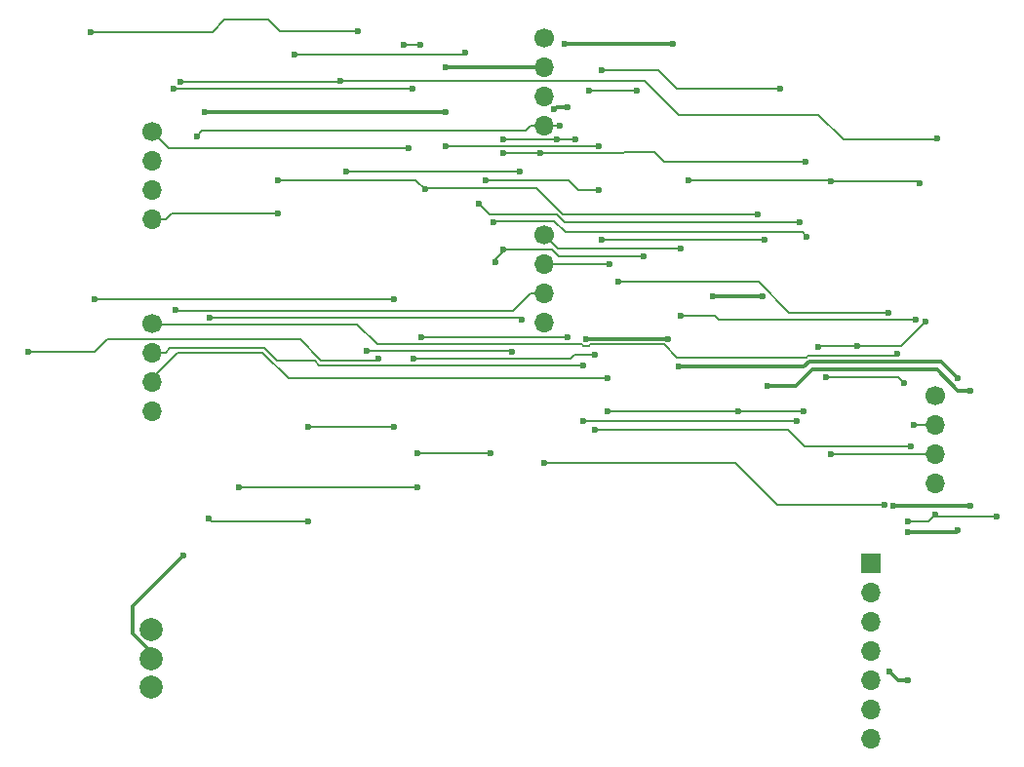
<source format=gbr>
%TF.GenerationSoftware,KiCad,Pcbnew,9.0.0*%
%TF.CreationDate,2025-04-19T15:35:31+09:00*%
%TF.ProjectId,nofy_V2_R,6e6f6679-5f56-4325-9f52-2e6b69636164,rev?*%
%TF.SameCoordinates,Original*%
%TF.FileFunction,Copper,L1,Top*%
%TF.FilePolarity,Positive*%
%FSLAX46Y46*%
G04 Gerber Fmt 4.6, Leading zero omitted, Abs format (unit mm)*
G04 Created by KiCad (PCBNEW 9.0.0) date 2025-04-19 15:35:31*
%MOMM*%
%LPD*%
G01*
G04 APERTURE LIST*
%TA.AperFunction,ComponentPad*%
%ADD10C,1.700000*%
%TD*%
%TA.AperFunction,ComponentPad*%
%ADD11O,1.700000X1.700000*%
%TD*%
%TA.AperFunction,ComponentPad*%
%ADD12R,1.700000X1.700000*%
%TD*%
%TA.AperFunction,ComponentPad*%
%ADD13C,2.000000*%
%TD*%
%TA.AperFunction,ViaPad*%
%ADD14C,0.600000*%
%TD*%
%TA.AperFunction,Conductor*%
%ADD15C,0.200000*%
%TD*%
%TA.AperFunction,Conductor*%
%ADD16C,0.300000*%
%TD*%
G04 APERTURE END LIST*
D10*
%TO.P,J32,1,Pin_1*%
%TO.N,Pin7*%
X105312500Y-63325850D03*
D11*
%TO.P,J32,2,Pin_2*%
%TO.N,Pin8*%
X105312500Y-65865850D03*
%TO.P,J32,3,Pin_3*%
%TO.N,Pin9*%
X105312500Y-68405850D03*
%TO.P,J32,4,Pin_4*%
%TO.N,Net-(D51-K)*%
X105312500Y-70945850D03*
%TD*%
D10*
%TO.P,Con_L_12,1,Pin_1*%
%TO.N,VCC_R*%
X71312500Y-32225850D03*
D11*
%TO.P,Con_L_12,2,Pin_2*%
%TO.N,GND_R*%
X71312500Y-34765850D03*
%TO.P,Con_L_12,3,Pin_3*%
%TO.N,3.3V*%
X71312500Y-37305850D03*
%TO.P,Con_L_12,4,Pin_4*%
%TO.N,Pin6*%
X71312500Y-39845850D03*
%TD*%
D10*
%TO.P,Con_L_8,1,Pin_1*%
%TO.N,MOTION*%
X37312500Y-40330850D03*
D11*
%TO.P,Con_L_8,2,Pin_2*%
%TO.N,INTR1*%
X37312500Y-42870850D03*
%TO.P,Con_L_8,3,Pin_3*%
%TO.N,Pin11*%
X37312500Y-45410850D03*
%TO.P,Con_L_8,4,Pin_4*%
%TO.N,Pin10*%
X37312500Y-47950850D03*
%TD*%
D10*
%TO.P,Con_L_10,1,Pin_1*%
%TO.N,SDIO*%
X37312500Y-57025850D03*
D11*
%TO.P,Con_L_10,2,Pin_2*%
%TO.N,SCLK*%
X37312500Y-59565850D03*
%TO.P,Con_L_10,3,Pin_3*%
%TO.N,Pin9*%
X37312500Y-62105850D03*
%TO.P,Con_L_10,4,Pin_4*%
%TO.N,RE_A_R*%
X37312500Y-64645850D03*
%TD*%
D12*
%TO.P,J9,1,SCLK*%
%TO.N,SCLK*%
X99712500Y-77865850D03*
D11*
%TO.P,J9,2,nCS*%
%TO.N,CS*%
X99712500Y-80405850D03*
%TO.P,J9,3,GND*%
%TO.N,GND_R*%
X99712500Y-82945850D03*
%TO.P,J9,4,Vin*%
%TO.N,3.3V*%
X99712500Y-85485850D03*
%TO.P,J9,5,nc*%
%TO.N,unconnected-(J9-nc-Pad5)*%
X99712500Y-88025850D03*
%TO.P,J9,6,SDIO*%
%TO.N,SDIO*%
X99712500Y-90565850D03*
%TO.P,J9,7,MOTION*%
%TO.N,MOTION*%
X99712500Y-93105850D03*
%TD*%
D10*
%TO.P,Con_L_14,1,Pin_1*%
%TO.N,Pin7*%
X71312500Y-49285850D03*
D11*
%TO.P,Con_L_14,2,Pin_2*%
%TO.N,Pin8*%
X71312500Y-51825850D03*
%TO.P,Con_L_14,3,Pin_3*%
%TO.N,RE_B_R*%
X71312500Y-54365850D03*
%TO.P,Con_L_14,4,Pin_4*%
%TO.N,CS*%
X71312500Y-56905850D03*
%TD*%
D13*
%TO.P,SW4,A,A*%
%TO.N,RE_A_R*%
X37212500Y-88625850D03*
%TO.P,SW4,B,B*%
%TO.N,RE_B_R*%
X37212500Y-83625850D03*
%TO.P,SW4,C,C*%
%TO.N,GND_R*%
X37212500Y-86125850D03*
%TD*%
D14*
%TO.N,CS*%
X100864200Y-72757550D03*
X71312500Y-69114150D03*
%TO.N,SCLK*%
X93281100Y-65518950D03*
X74767100Y-60650450D03*
X74767100Y-65518950D03*
%TO.N,MOTION*%
X75715100Y-66215450D03*
X60037500Y-60036150D03*
X59580900Y-41750150D03*
X103201300Y-67703050D03*
X75715100Y-59710350D03*
%TO.N,3.3V*%
X107253900Y-61755950D03*
X73419200Y-38192850D03*
X101313400Y-87230450D03*
X102900400Y-75106650D03*
X83038800Y-60786850D03*
X75005400Y-58332750D03*
X107253900Y-74979350D03*
X102900400Y-87979450D03*
X82143500Y-58354750D03*
X72215800Y-38389150D03*
%TO.N,SDIO*%
X101976200Y-59633350D03*
%TO.N,GND_R*%
X101658180Y-72855526D03*
X41873400Y-38675850D03*
X73133200Y-32752450D03*
X90289300Y-54618150D03*
X82550600Y-32752450D03*
X108378500Y-72869650D03*
X39988500Y-77177950D03*
X62773100Y-34766950D03*
X90710800Y-62475550D03*
X108378500Y-62884050D03*
X62774200Y-38675850D03*
X86002200Y-54618150D03*
%TO.N,RE_B_R*%
X39362500Y-55875850D03*
%TO.N,Net-(D28-A)*%
X32345500Y-54928450D03*
X58312500Y-54928450D03*
%TO.N,Net-(D36-A)*%
X66287500Y-44600450D03*
X76062500Y-45406850D03*
%TO.N,Net-(D40-A)*%
X76337500Y-35025450D03*
X91862500Y-36632750D03*
%TO.N,Net-(D29-A)*%
X26523500Y-59482650D03*
X56991000Y-60048050D03*
%TO.N,Net-(D30-A)*%
X50870700Y-65968950D03*
X58312500Y-65968950D03*
%TO.N,Net-(D32-A)*%
X42337500Y-56501450D03*
X69379600Y-56646950D03*
%TO.N,Net-(D33-A)*%
X60332100Y-71254550D03*
X66710300Y-68300750D03*
X44872500Y-71254550D03*
X60332100Y-68300750D03*
%TO.N,Net-(D35-A)*%
X62799500Y-41625550D03*
X76062500Y-41625550D03*
%TO.N,Net-(D41-A)*%
X76337500Y-49732250D03*
X90469200Y-49732250D03*
%TO.N,Net-(D47-A)*%
X64485900Y-33490950D03*
X49671200Y-33631850D03*
%TO.N,Net-(D43-A)*%
X32012500Y-31725850D03*
X55162500Y-31653150D03*
%TO.N,Net-(D28-K)*%
X94003600Y-42934250D03*
X70988000Y-42227250D03*
X73347700Y-58236850D03*
X67823900Y-42227250D03*
X60656800Y-58236850D03*
%TO.N,Net-(D29-K)*%
X103953700Y-44786950D03*
X80004900Y-51142350D03*
X96262500Y-44675850D03*
X83860800Y-44599250D03*
X67099600Y-51680550D03*
X67760600Y-50602850D03*
%TO.N,Net-(D30-K)*%
X66917700Y-48181250D03*
X98504800Y-58928750D03*
X94153300Y-49475550D03*
X95112500Y-59084750D03*
X104433000Y-56868450D03*
%TO.N,Net-(D31-K)*%
X74021000Y-41017250D03*
X67788500Y-41017250D03*
X75228200Y-36753450D03*
X72483300Y-41017250D03*
X60573900Y-32819550D03*
X79364200Y-36753450D03*
X59119400Y-32775850D03*
%TO.N,Net-(D51-K)*%
X93551600Y-48225050D03*
X95857200Y-61707250D03*
X65669700Y-46584650D03*
X102947600Y-74216250D03*
X102582100Y-62193750D03*
X105312250Y-73626100D03*
X110629900Y-73769850D03*
%TO.N,INTR1*%
X59912500Y-36606250D03*
X39180100Y-36606250D03*
%TO.N,Pin6*%
X41198500Y-40739850D03*
X72700600Y-39845850D03*
%TO.N,Pin7*%
X50867400Y-74224550D03*
X54162500Y-43775250D03*
X103631300Y-56679550D03*
X83166400Y-50521150D03*
X42241900Y-73974050D03*
X83166400Y-56324150D03*
X69212500Y-43775250D03*
%TO.N,Pin8*%
X55966700Y-59360850D03*
X103476500Y-65865850D03*
X77006100Y-51825850D03*
X101229100Y-56077850D03*
X77795600Y-53419550D03*
X68578900Y-59457950D03*
%TO.N,Pin9*%
X76887800Y-64634650D03*
X96245600Y-68405850D03*
X76887800Y-61796550D03*
X88162500Y-64634650D03*
X93869400Y-64634650D03*
%TO.N,Pin10*%
X60982300Y-45372350D03*
X48199100Y-44532150D03*
X48199100Y-47421450D03*
X89859000Y-47560950D03*
%TO.N,Pin11*%
X53669800Y-35917550D03*
X39806500Y-36002550D03*
X105462500Y-40964650D03*
%TD*%
D15*
%TO.N,CS*%
X87923200Y-69114150D02*
X91566600Y-72757550D01*
X71312500Y-69114150D02*
X87923200Y-69114150D01*
X91566600Y-72757550D02*
X100864200Y-72757550D01*
%TO.N,SCLK*%
X38865900Y-59164150D02*
X47088200Y-59164150D01*
X51832500Y-60650450D02*
X74767100Y-60650450D01*
X93281100Y-65518950D02*
X74767100Y-65518950D01*
X48172800Y-60248750D02*
X51430800Y-60248750D01*
X51430800Y-60248750D02*
X51832500Y-60650450D01*
X47088200Y-59164150D02*
X48172800Y-60248750D01*
X38464200Y-59565850D02*
X38865900Y-59164150D01*
X37312500Y-59565850D02*
X38464200Y-59565850D01*
%TO.N,MOTION*%
X73601600Y-60066750D02*
X73958000Y-59710350D01*
X73958000Y-59710350D02*
X75715100Y-59710350D01*
X38731800Y-41750150D02*
X59580900Y-41750150D01*
X93971800Y-67703050D02*
X92484200Y-66215450D01*
X60037500Y-60036150D02*
X60068100Y-60066750D01*
X103201300Y-67703050D02*
X93971800Y-67703050D01*
X37312500Y-40330850D02*
X38731800Y-41750150D01*
X92484200Y-66215450D02*
X75715100Y-66215450D01*
X60068100Y-60066750D02*
X73601600Y-60066750D01*
D16*
%TO.N,3.3V*%
X107253900Y-61755950D02*
X105783100Y-60285150D01*
X105783100Y-60285150D02*
X94413300Y-60285150D01*
X72412100Y-38192850D02*
X73419200Y-38192850D01*
X93911600Y-60786850D02*
X83038800Y-60786850D01*
X102062400Y-87979450D02*
X102900400Y-87979450D01*
X82143500Y-58354750D02*
X75027400Y-58354750D01*
X101313400Y-87230450D02*
X102062400Y-87979450D01*
X102900400Y-75106650D02*
X107126600Y-75106650D01*
X94413300Y-60285150D02*
X93911600Y-60786850D01*
X75027400Y-58354750D02*
X75005400Y-58332750D01*
X72215800Y-38389150D02*
X72412100Y-38192850D01*
X107126600Y-75106650D02*
X107253900Y-74979350D01*
D15*
%TO.N,SDIO*%
X101976200Y-59633350D02*
X101776100Y-59833450D01*
X37389800Y-57103150D02*
X37312500Y-57025850D01*
X56834100Y-58838550D02*
X55098700Y-57103150D01*
X55098700Y-57103150D02*
X37389800Y-57103150D01*
X94091700Y-59968050D02*
X82906000Y-59968050D01*
X82906000Y-59968050D02*
X81776500Y-58838550D01*
X94226300Y-59833450D02*
X94091700Y-59968050D01*
X101776100Y-59833450D02*
X94226300Y-59833450D01*
X74660400Y-58838550D02*
X56834100Y-58838550D01*
X75350500Y-58838550D02*
X75254600Y-58934450D01*
X81776500Y-58838550D02*
X75350500Y-58838550D01*
X74756300Y-58934450D02*
X74660400Y-58838550D01*
X75254600Y-58934450D02*
X74756300Y-58934450D01*
D16*
%TO.N,GND_R*%
X37149700Y-86063050D02*
X37212500Y-86125850D01*
X107288800Y-62884050D02*
X108378500Y-62884050D01*
X101672304Y-72869650D02*
X108378500Y-72869650D01*
X73133200Y-32752450D02*
X82550600Y-32752450D01*
X35612500Y-83936453D02*
X37149700Y-85473653D01*
X105441700Y-61036950D02*
X107288800Y-62884050D01*
X94621100Y-61036950D02*
X105441700Y-61036950D01*
X41873400Y-38675850D02*
X62774200Y-38675850D01*
X71312500Y-34765850D02*
X62774200Y-34765850D01*
X35612500Y-81575850D02*
X35612500Y-83936453D01*
X62774200Y-34765850D02*
X62773100Y-34766950D01*
X39988500Y-77177950D02*
X39988500Y-77199850D01*
X37149700Y-85473653D02*
X37149700Y-86063050D01*
X90710800Y-62475550D02*
X93182500Y-62475550D01*
X93182500Y-62475550D02*
X94621100Y-61036950D01*
X90289300Y-54618150D02*
X86002200Y-54618150D01*
X101658180Y-72855526D02*
X101672304Y-72869650D01*
X39988500Y-77199850D02*
X35612500Y-81575850D01*
D15*
%TO.N,RE_B_R*%
X68626900Y-55899750D02*
X70160800Y-54365850D01*
X39362500Y-55875850D02*
X39386400Y-55899750D01*
X70160800Y-54365850D02*
X71312500Y-54365850D01*
X39386400Y-55899750D02*
X68626900Y-55899750D01*
%TO.N,Net-(D28-A)*%
X32345500Y-54928450D02*
X58312500Y-54928450D01*
%TO.N,Net-(D36-A)*%
X73487100Y-44600450D02*
X66287500Y-44600450D01*
X76062500Y-45406850D02*
X74293500Y-45406850D01*
X74293500Y-45406850D02*
X73487100Y-44600450D01*
%TO.N,Net-(D40-A)*%
X82873800Y-36632750D02*
X91862500Y-36632750D01*
X76337500Y-35025450D02*
X81266500Y-35025450D01*
X81266500Y-35025450D02*
X82873800Y-36632750D01*
%TO.N,Net-(D29-A)*%
X56991000Y-60048050D02*
X56790300Y-60248750D01*
X51998800Y-60248750D02*
X50164200Y-58414150D01*
X50164200Y-58414150D02*
X33390100Y-58414150D01*
X56790300Y-60248750D02*
X51998800Y-60248750D01*
X32321600Y-59482650D02*
X26523500Y-59482650D01*
X33390100Y-58414150D02*
X32321600Y-59482650D01*
%TO.N,Net-(D30-A)*%
X50870700Y-65968950D02*
X58312500Y-65968950D01*
%TO.N,Net-(D32-A)*%
X69234100Y-56501450D02*
X69379600Y-56646950D01*
X42337500Y-56501450D02*
X69234100Y-56501450D01*
%TO.N,Net-(D33-A)*%
X60332100Y-68300750D02*
X66710300Y-68300750D01*
X44872500Y-71254550D02*
X60332100Y-71254550D01*
%TO.N,Net-(D35-A)*%
X62799500Y-41625550D02*
X76062500Y-41625550D01*
%TO.N,Net-(D41-A)*%
X90469200Y-49732250D02*
X76337500Y-49732250D01*
%TO.N,Net-(D47-A)*%
X64345000Y-33631850D02*
X64485900Y-33490950D01*
X49671200Y-33631850D02*
X64345000Y-33631850D01*
%TO.N,Net-(D43-A)*%
X43609400Y-30596250D02*
X47366500Y-30596250D01*
X42529800Y-31675850D02*
X43609400Y-30596250D01*
X32062500Y-31675850D02*
X42529800Y-31675850D01*
X32012500Y-31725850D02*
X32062500Y-31675850D01*
X48423400Y-31653150D02*
X55162500Y-31653150D01*
X47366500Y-30596250D02*
X48423400Y-31653150D01*
%TO.N,Net-(D28-K)*%
X78227700Y-42227250D02*
X78330800Y-42124150D01*
X70988000Y-42227250D02*
X78227700Y-42227250D01*
X81741800Y-42934250D02*
X94003600Y-42934250D01*
X67823900Y-42227250D02*
X70988000Y-42227250D01*
X80931700Y-42124150D02*
X81741800Y-42934250D01*
X60656800Y-58236850D02*
X73347700Y-58236850D01*
X78330800Y-42124150D02*
X80931700Y-42124150D01*
%TO.N,Net-(D29-K)*%
X80004900Y-51142350D02*
X72586100Y-51142350D01*
X96237000Y-44675850D02*
X96160400Y-44599250D01*
X96160400Y-44599250D02*
X83860800Y-44599250D01*
X67760600Y-50777750D02*
X67099600Y-51438750D01*
X72586100Y-51142350D02*
X72046600Y-50602850D01*
X67760600Y-50602850D02*
X67760600Y-50777750D01*
X72046600Y-50602850D02*
X67760600Y-50602850D01*
X103842600Y-44675850D02*
X103953700Y-44786950D01*
X67099600Y-51438750D02*
X67099600Y-51680550D01*
X96262500Y-44675850D02*
X103842600Y-44675850D01*
X96262500Y-44675850D02*
X96237000Y-44675850D01*
%TO.N,Net-(D30-K)*%
X98504800Y-58928750D02*
X95268500Y-58928750D01*
X72219500Y-48118150D02*
X66980800Y-48118150D01*
X66980800Y-48118150D02*
X66917700Y-48181250D01*
X73197100Y-49095750D02*
X72219500Y-48118150D01*
X102372700Y-58928750D02*
X98504800Y-58928750D01*
X104433000Y-56868450D02*
X102372700Y-58928750D01*
X94153300Y-49475550D02*
X93773500Y-49095750D01*
X95268500Y-58928750D02*
X95112500Y-59084750D01*
X93773500Y-49095750D02*
X73197100Y-49095750D01*
%TO.N,Net-(D31-K)*%
X60567600Y-32825850D02*
X60573900Y-32819550D01*
X72483300Y-41017250D02*
X74021000Y-41017250D01*
X72483300Y-41017250D02*
X67788500Y-41017250D01*
X59119400Y-32775850D02*
X59169400Y-32825850D01*
X59169400Y-32825850D02*
X60567600Y-32825850D01*
X75228200Y-36753450D02*
X79364200Y-36753450D01*
%TO.N,Net-(D51-K)*%
X105475200Y-73769850D02*
X110629900Y-73769850D01*
X73094600Y-48225050D02*
X93551600Y-48225050D01*
X105262250Y-73626100D02*
X105312250Y-73626100D01*
X66644500Y-47559450D02*
X72429000Y-47559450D01*
X105312250Y-73626100D02*
X105331450Y-73626100D01*
X72429000Y-47559450D02*
X73094600Y-48225050D01*
X102095600Y-61707250D02*
X102582100Y-62193750D01*
X65669700Y-46584650D02*
X66644500Y-47559450D01*
X105331450Y-73626100D02*
X105475200Y-73769850D01*
X104672100Y-74216250D02*
X105262250Y-73626100D01*
X95857200Y-61707250D02*
X102095600Y-61707250D01*
X102947600Y-74216250D02*
X104672100Y-74216250D01*
%TO.N,INTR1*%
X39180100Y-36606250D02*
X59912500Y-36606250D01*
%TO.N,Pin6*%
X70160800Y-39845850D02*
X71312500Y-39845850D01*
X69724700Y-40281950D02*
X70160800Y-39845850D01*
X41198500Y-40739850D02*
X41656400Y-40281950D01*
X72700600Y-39845850D02*
X71312500Y-39845850D01*
X41656400Y-40281950D02*
X69724700Y-40281950D01*
%TO.N,Pin7*%
X83166400Y-56324150D02*
X86179600Y-56324150D01*
X86535000Y-56679550D02*
X103631300Y-56679550D01*
X42492400Y-74224550D02*
X50867400Y-74224550D01*
X42241900Y-73974050D02*
X42492400Y-74224550D01*
X72547800Y-50521150D02*
X83166400Y-50521150D01*
X71312500Y-49285850D02*
X72547800Y-50521150D01*
X69212500Y-43775250D02*
X54162500Y-43775250D01*
X86179600Y-56324150D02*
X86535000Y-56679550D01*
%TO.N,Pin8*%
X71312500Y-51825850D02*
X77006100Y-51825850D01*
X104160800Y-65865850D02*
X103476500Y-65865850D01*
X68481800Y-59360850D02*
X68578900Y-59457950D01*
X92599900Y-56077850D02*
X89941600Y-53419550D01*
X55966700Y-59360850D02*
X68481800Y-59360850D01*
X89941600Y-53419550D02*
X77795600Y-53419550D01*
X101229100Y-56077850D02*
X92599900Y-56077850D01*
X105312500Y-65865850D02*
X104160800Y-65865850D01*
%TO.N,Pin9*%
X88162500Y-64634650D02*
X76887800Y-64634650D01*
X37312500Y-61747650D02*
X39494300Y-59565850D01*
X39494300Y-59565850D02*
X46921900Y-59565850D01*
X37312500Y-62105850D02*
X37312500Y-61747650D01*
X105312500Y-68405850D02*
X96245600Y-68405850D01*
X93869400Y-64634650D02*
X88162500Y-64634650D01*
X49152600Y-61796550D02*
X76887800Y-61796550D01*
X46921900Y-59565850D02*
X49152600Y-61796550D01*
%TO.N,Pin10*%
X60142100Y-44532150D02*
X48199100Y-44532150D01*
X37312500Y-47950850D02*
X38464200Y-47950850D01*
X38993600Y-47421450D02*
X48199100Y-47421450D01*
X72995500Y-47557950D02*
X70656700Y-45219150D01*
X70656700Y-45219150D02*
X61135500Y-45219150D01*
X61135500Y-45219150D02*
X60982300Y-45372350D01*
X89856000Y-47557950D02*
X72995500Y-47557950D01*
X89859000Y-47560950D02*
X89856000Y-47557950D01*
X38464200Y-47950850D02*
X38993600Y-47421450D01*
X60982300Y-45372350D02*
X60142100Y-44532150D01*
%TO.N,Pin11*%
X97306600Y-41053750D02*
X105373400Y-41053750D01*
X53669800Y-35917550D02*
X80061700Y-35917550D01*
X53584800Y-36002550D02*
X39806500Y-36002550D01*
X95164600Y-38911750D02*
X97306600Y-41053750D01*
X53669800Y-35917550D02*
X53584800Y-36002550D01*
X105373400Y-41053750D02*
X105462500Y-40964650D01*
X80061700Y-35917550D02*
X83055900Y-38911750D01*
X83055900Y-38911750D02*
X95164600Y-38911750D01*
%TD*%
M02*

</source>
